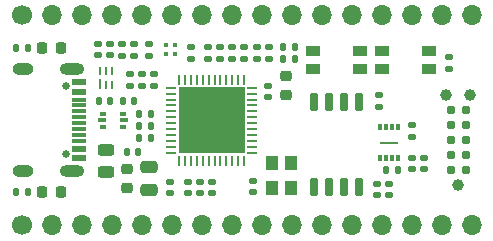
<source format=gbr>
%TF.GenerationSoftware,KiCad,Pcbnew,6.0.11+dfsg-1~bpo11+1*%
%TF.CreationDate,2023-10-01T20:30:49+02:00*%
%TF.ProjectId,ICE40UP-Development-Board,49434534-3055-4502-9d44-6576656c6f70,v0.1*%
%TF.SameCoordinates,Original*%
%TF.FileFunction,Soldermask,Top*%
%TF.FilePolarity,Negative*%
%FSLAX46Y46*%
G04 Gerber Fmt 4.6, Leading zero omitted, Abs format (unit mm)*
G04 Created by KiCad (PCBNEW 6.0.11+dfsg-1~bpo11+1) date 2023-10-01 20:30:49*
%MOMM*%
%LPD*%
G01*
G04 APERTURE LIST*
G04 Aperture macros list*
%AMRoundRect*
0 Rectangle with rounded corners*
0 $1 Rounding radius*
0 $2 $3 $4 $5 $6 $7 $8 $9 X,Y pos of 4 corners*
0 Add a 4 corners polygon primitive as box body*
4,1,4,$2,$3,$4,$5,$6,$7,$8,$9,$2,$3,0*
0 Add four circle primitives for the rounded corners*
1,1,$1+$1,$2,$3*
1,1,$1+$1,$4,$5*
1,1,$1+$1,$6,$7*
1,1,$1+$1,$8,$9*
0 Add four rect primitives between the rounded corners*
20,1,$1+$1,$2,$3,$4,$5,0*
20,1,$1+$1,$4,$5,$6,$7,0*
20,1,$1+$1,$6,$7,$8,$9,0*
20,1,$1+$1,$8,$9,$2,$3,0*%
%AMOutline5P*
0 Free polygon, 5 corners , with rotation*
0 The origin of the aperture is its center*
0 number of corners: always 5*
0 $1 to $10 corner X, Y*
0 $11 Rotation angle, in degrees counterclockwise*
0 create outline with 5 corners*
4,1,5,$1,$2,$3,$4,$5,$6,$7,$8,$9,$10,$1,$2,$11*%
%AMOutline6P*
0 Free polygon, 6 corners , with rotation*
0 The origin of the aperture is its center*
0 number of corners: always 6*
0 $1 to $12 corner X, Y*
0 $13 Rotation angle, in degrees counterclockwise*
0 create outline with 6 corners*
4,1,6,$1,$2,$3,$4,$5,$6,$7,$8,$9,$10,$11,$12,$1,$2,$13*%
%AMOutline7P*
0 Free polygon, 7 corners , with rotation*
0 The origin of the aperture is its center*
0 number of corners: always 7*
0 $1 to $14 corner X, Y*
0 $15 Rotation angle, in degrees counterclockwise*
0 create outline with 7 corners*
4,1,7,$1,$2,$3,$4,$5,$6,$7,$8,$9,$10,$11,$12,$13,$14,$1,$2,$15*%
%AMOutline8P*
0 Free polygon, 8 corners , with rotation*
0 The origin of the aperture is its center*
0 number of corners: always 8*
0 $1 to $16 corner X, Y*
0 $17 Rotation angle, in degrees counterclockwise*
0 create outline with 8 corners*
4,1,8,$1,$2,$3,$4,$5,$6,$7,$8,$9,$10,$11,$12,$13,$14,$15,$16,$1,$2,$17*%
G04 Aperture macros list end*
%ADD10Outline5P,-0.210000X0.105000X-0.105000X0.210000X0.210000X0.210000X0.210000X-0.210000X-0.210000X-0.210000X0.000000*%
%ADD11R,0.420000X0.420000*%
%ADD12RoundRect,0.135000X0.185000X-0.135000X0.185000X0.135000X-0.185000X0.135000X-0.185000X-0.135000X0*%
%ADD13RoundRect,0.140000X-0.170000X0.140000X-0.170000X-0.140000X0.170000X-0.140000X0.170000X0.140000X0*%
%ADD14RoundRect,0.087500X-0.087500X0.175000X-0.087500X-0.175000X0.087500X-0.175000X0.087500X0.175000X0*%
%ADD15R,1.600000X0.150000*%
%ADD16RoundRect,0.140000X-0.140000X-0.170000X0.140000X-0.170000X0.140000X0.170000X-0.140000X0.170000X0*%
%ADD17RoundRect,0.135000X-0.185000X0.135000X-0.185000X-0.135000X0.185000X-0.135000X0.185000X0.135000X0*%
%ADD18RoundRect,0.150000X-0.150000X0.650000X-0.150000X-0.650000X0.150000X-0.650000X0.150000X0.650000X0*%
%ADD19RoundRect,0.140000X0.170000X-0.140000X0.170000X0.140000X-0.170000X0.140000X-0.170000X-0.140000X0*%
%ADD20RoundRect,0.243750X-0.456250X0.243750X-0.456250X-0.243750X0.456250X-0.243750X0.456250X0.243750X0*%
%ADD21RoundRect,0.135000X0.135000X0.185000X-0.135000X0.185000X-0.135000X-0.185000X0.135000X-0.185000X0*%
%ADD22RoundRect,0.140000X0.140000X0.170000X-0.140000X0.170000X-0.140000X-0.170000X0.140000X-0.170000X0*%
%ADD23R,0.500000X0.375000*%
%ADD24R,0.650000X0.300000*%
%ADD25R,1.200000X0.900000*%
%ADD26RoundRect,0.218750X-0.256250X0.218750X-0.256250X-0.218750X0.256250X-0.218750X0.256250X0.218750X0*%
%ADD27RoundRect,0.062500X0.062500X-0.375000X0.062500X0.375000X-0.062500X0.375000X-0.062500X-0.375000X0*%
%ADD28RoundRect,0.062500X0.375000X-0.062500X0.375000X0.062500X-0.375000X0.062500X-0.375000X-0.062500X0*%
%ADD29R,5.600000X5.600000*%
%ADD30RoundRect,0.218750X0.218750X0.256250X-0.218750X0.256250X-0.218750X-0.256250X0.218750X-0.256250X0*%
%ADD31RoundRect,0.250000X-0.475000X0.250000X-0.475000X-0.250000X0.475000X-0.250000X0.475000X0.250000X0*%
%ADD32RoundRect,0.135000X-0.135000X-0.185000X0.135000X-0.185000X0.135000X0.185000X-0.135000X0.185000X0*%
%ADD33C,0.990600*%
%ADD34C,0.787400*%
%ADD35R,0.280000X0.850000*%
%ADD36R,0.280000X0.750000*%
%ADD37C,0.650000*%
%ADD38R,1.240000X0.600000*%
%ADD39R,1.240000X0.300000*%
%ADD40O,1.800000X1.000000*%
%ADD41O,2.100000X1.000000*%
%ADD42R,1.100000X1.300000*%
%ADD43RoundRect,0.218750X0.256250X-0.218750X0.256250X0.218750X-0.256250X0.218750X-0.256250X-0.218750X0*%
%ADD44C,1.700000*%
%ADD45O,1.700000X1.700000*%
G04 APERTURE END LIST*
D10*
%TO.C,V6*%
X59310000Y-81281000D03*
D11*
X59310000Y-82041000D03*
X60070000Y-82041000D03*
X60070000Y-81281000D03*
%TD*%
D12*
%TO.C,R10*%
X58293000Y-84711000D03*
X58293000Y-83691000D03*
%TD*%
D13*
%TO.C,C2*%
X61468000Y-81463000D03*
X61468000Y-82423000D03*
%TD*%
D14*
%TO.C,V8*%
X78982000Y-88247500D03*
X78482000Y-88247500D03*
X77982000Y-88247500D03*
X77482000Y-88247500D03*
X77482000Y-90822500D03*
X77982000Y-90822500D03*
X78482000Y-90822500D03*
X78982000Y-90822500D03*
D15*
X78232000Y-89535000D03*
%TD*%
D16*
%TO.C,C4*%
X56035000Y-90297000D03*
X56995000Y-90297000D03*
%TD*%
D17*
%TO.C,R7*%
X62865000Y-81430400D03*
X62865000Y-82450400D03*
%TD*%
D12*
%TO.C,R12*%
X56261000Y-84711000D03*
X56261000Y-83691000D03*
%TD*%
%TO.C,R4*%
X57912000Y-82171000D03*
X57912000Y-81151000D03*
%TD*%
D18*
%TO.C,V5*%
X75692000Y-86062000D03*
X74422000Y-86062000D03*
X73152000Y-86062000D03*
X71882000Y-86062000D03*
X71882000Y-93262000D03*
X73152000Y-93262000D03*
X74422000Y-93262000D03*
X75692000Y-93262000D03*
%TD*%
D19*
%TO.C,C13*%
X53594000Y-82141000D03*
X53594000Y-81181000D03*
%TD*%
%TO.C,C17*%
X63881000Y-82420400D03*
X63881000Y-81460400D03*
%TD*%
%TO.C,C20*%
X78232000Y-93952000D03*
X78232000Y-92992000D03*
%TD*%
%TO.C,C1*%
X59690000Y-93825000D03*
X59690000Y-92865000D03*
%TD*%
D13*
%TO.C,C18*%
X67945000Y-84737000D03*
X67945000Y-85697000D03*
%TD*%
D12*
%TO.C,R3*%
X55626000Y-82171000D03*
X55626000Y-81151000D03*
%TD*%
D20*
%TO.C,F1*%
X54229000Y-90121500D03*
X54229000Y-91996500D03*
%TD*%
D13*
%TO.C,C10*%
X65913000Y-81460400D03*
X65913000Y-82420400D03*
%TD*%
D21*
%TO.C,R13*%
X70233000Y-82423000D03*
X69213000Y-82423000D03*
%TD*%
D22*
%TO.C,C11*%
X56614000Y-85979000D03*
X55654000Y-85979000D03*
%TD*%
D23*
%TO.C,V2*%
X55714000Y-88167500D03*
D24*
X55789000Y-87630000D03*
D23*
X55714000Y-87092500D03*
X54014000Y-87092500D03*
D24*
X53939000Y-87630000D03*
D23*
X54014000Y-88167500D03*
%TD*%
D25*
%TO.C,S2*%
X81629000Y-83300000D03*
X77629000Y-83300000D03*
X77629000Y-81800000D03*
X81629000Y-81800000D03*
%TD*%
%TO.C,S1*%
X71787000Y-83300000D03*
X75787000Y-83300000D03*
X75787000Y-81800000D03*
X71787000Y-81800000D03*
%TD*%
D21*
%TO.C,R15*%
X78996000Y-91821000D03*
X77976000Y-91821000D03*
%TD*%
D19*
%TO.C,C19*%
X77216000Y-93952000D03*
X77216000Y-92992000D03*
%TD*%
%TO.C,C22*%
X81153000Y-91793000D03*
X81153000Y-90833000D03*
%TD*%
%TO.C,C5*%
X63246000Y-93825000D03*
X63246000Y-92865000D03*
%TD*%
D13*
%TO.C,C15*%
X66687265Y-92738000D03*
X66687265Y-93698000D03*
%TD*%
D26*
%TO.C,FB1*%
X56007000Y-91795500D03*
X56007000Y-93370500D03*
%TD*%
D19*
%TO.C,C7*%
X62230000Y-93825000D03*
X62230000Y-92865000D03*
%TD*%
D27*
%TO.C,V1*%
X60434000Y-91067500D03*
X60934000Y-91067500D03*
X61434000Y-91067500D03*
X61934000Y-91067500D03*
X62434000Y-91067500D03*
X62934000Y-91067500D03*
X63434000Y-91067500D03*
X63934000Y-91067500D03*
X64434000Y-91067500D03*
X64934000Y-91067500D03*
X65434000Y-91067500D03*
X65934000Y-91067500D03*
D28*
X66621500Y-90380000D03*
X66621500Y-89880000D03*
X66621500Y-89380000D03*
X66621500Y-88880000D03*
X66621500Y-88380000D03*
X66621500Y-87880000D03*
X66621500Y-87380000D03*
X66621500Y-86880000D03*
X66621500Y-86380000D03*
X66621500Y-85880000D03*
X66621500Y-85380000D03*
X66621500Y-84880000D03*
D27*
X65934000Y-84192500D03*
X65434000Y-84192500D03*
X64934000Y-84192500D03*
X64434000Y-84192500D03*
X63934000Y-84192500D03*
X63434000Y-84192500D03*
X62934000Y-84192500D03*
X62434000Y-84192500D03*
X61934000Y-84192500D03*
X61434000Y-84192500D03*
X60934000Y-84192500D03*
X60434000Y-84192500D03*
D28*
X59746500Y-84880000D03*
X59746500Y-85380000D03*
X59746500Y-85880000D03*
X59746500Y-86380000D03*
X59746500Y-86880000D03*
X59746500Y-87380000D03*
X59746500Y-87880000D03*
X59746500Y-88380000D03*
X59746500Y-88880000D03*
X59746500Y-89380000D03*
X59746500Y-89880000D03*
X59746500Y-90380000D03*
D29*
X63184000Y-87630000D03*
%TD*%
D12*
%TO.C,R16*%
X80137000Y-89029000D03*
X80137000Y-88009000D03*
%TD*%
D17*
%TO.C,R6*%
X56642000Y-81151000D03*
X56642000Y-82171000D03*
%TD*%
D16*
%TO.C,C12*%
X53622000Y-85979000D03*
X54582000Y-85979000D03*
%TD*%
D19*
%TO.C,C14*%
X54610000Y-82141000D03*
X54610000Y-81181000D03*
%TD*%
%TO.C,C6*%
X61214000Y-93825000D03*
X61214000Y-92865000D03*
%TD*%
%TO.C,C21*%
X80137000Y-91793000D03*
X80137000Y-90833000D03*
%TD*%
D30*
%TO.C,V4*%
X50444500Y-81534000D03*
X48869500Y-81534000D03*
%TD*%
D12*
%TO.C,R11*%
X57277000Y-84711000D03*
X57277000Y-83691000D03*
%TD*%
D31*
%TO.C,C3*%
X57912000Y-91633000D03*
X57912000Y-93533000D03*
%TD*%
D21*
%TO.C,R17*%
X47627000Y-93726000D03*
X46607000Y-93726000D03*
%TD*%
D32*
%TO.C,R5*%
X57021000Y-87122000D03*
X58041000Y-87122000D03*
%TD*%
D17*
%TO.C,R18*%
X83312000Y-82294000D03*
X83312000Y-83314000D03*
%TD*%
D13*
%TO.C,C9*%
X67030600Y-81460400D03*
X67030600Y-82420400D03*
%TD*%
D33*
%TO.C,X4*%
X85090000Y-85471000D03*
X84074000Y-93091000D03*
X83058000Y-85471000D03*
D34*
X84709000Y-91821000D03*
X84709000Y-90551000D03*
X84709000Y-89281000D03*
X84709000Y-88011000D03*
X84709000Y-86741000D03*
X83439000Y-86741000D03*
X83439000Y-88011000D03*
X83439000Y-89281000D03*
X83439000Y-90551000D03*
X83439000Y-91821000D03*
%TD*%
D12*
%TO.C,R9*%
X77343000Y-86489000D03*
X77343000Y-85469000D03*
%TD*%
D30*
%TO.C,V9*%
X50419000Y-93726000D03*
X48844000Y-93726000D03*
%TD*%
D13*
%TO.C,C8*%
X68046600Y-81460400D03*
X68046600Y-82420400D03*
%TD*%
D35*
%TO.C,V3*%
X53729000Y-84599000D03*
D36*
X54229000Y-84649000D03*
X54729000Y-84649000D03*
X54729000Y-83499000D03*
X54229000Y-83499000D03*
X53729000Y-83499000D03*
%TD*%
D19*
%TO.C,C16*%
X64897000Y-82420400D03*
X64897000Y-81460400D03*
%TD*%
D37*
%TO.C,X1*%
X50865000Y-84740000D03*
X50865000Y-90520000D03*
D38*
X51985000Y-84430000D03*
X51985000Y-85230000D03*
D39*
X51985000Y-86380000D03*
X51985000Y-87380000D03*
X51985000Y-87880000D03*
X51985000Y-88880000D03*
D38*
X51985000Y-90030000D03*
X51985000Y-90830000D03*
X51985000Y-90830000D03*
X51985000Y-90030000D03*
D39*
X51985000Y-89380000D03*
X51985000Y-88380000D03*
X51985000Y-86880000D03*
X51985000Y-85880000D03*
D38*
X51985000Y-85230000D03*
X51985000Y-84430000D03*
D40*
X47185000Y-83310000D03*
X47185000Y-91950000D03*
D41*
X51385000Y-83310000D03*
X51385000Y-91950000D03*
%TD*%
D42*
%TO.C,Y1*%
X69950665Y-93379000D03*
X69950665Y-91279000D03*
X68300665Y-91279000D03*
X68300665Y-93379000D03*
%TD*%
D43*
%TO.C,V7*%
X69469000Y-85471100D03*
X69469000Y-83896100D03*
%TD*%
D32*
%TO.C,R1*%
X57021000Y-89154000D03*
X58041000Y-89154000D03*
%TD*%
%TO.C,R2*%
X57021000Y-88138000D03*
X58041000Y-88138000D03*
%TD*%
D21*
%TO.C,R8*%
X47627000Y-81534000D03*
X46607000Y-81534000D03*
%TD*%
D32*
%TO.C,R14*%
X69213000Y-81407000D03*
X70233000Y-81407000D03*
%TD*%
D44*
%TO.C,X3*%
X47117000Y-96520000D03*
D45*
X49657000Y-96520000D03*
X52197000Y-96520000D03*
X54737000Y-96520000D03*
X57277000Y-96520000D03*
X59817000Y-96520000D03*
X62357000Y-96520000D03*
X64897000Y-96520000D03*
X67437000Y-96520000D03*
X69977000Y-96520000D03*
X72517000Y-96520000D03*
X75057000Y-96520000D03*
X77597000Y-96520000D03*
X80137000Y-96520000D03*
X82677000Y-96520000D03*
X85217000Y-96520000D03*
%TD*%
D44*
%TO.C,X2*%
X47117000Y-78740000D03*
D45*
X49657000Y-78740000D03*
X52197000Y-78740000D03*
X54737000Y-78740000D03*
X57277000Y-78740000D03*
X59817000Y-78740000D03*
X62357000Y-78740000D03*
X64897000Y-78740000D03*
X67437000Y-78740000D03*
X69977000Y-78740000D03*
X72517000Y-78740000D03*
X75057000Y-78740000D03*
X77597000Y-78740000D03*
X80137000Y-78740000D03*
X82677000Y-78740000D03*
X85217000Y-78740000D03*
%TD*%
M02*

</source>
